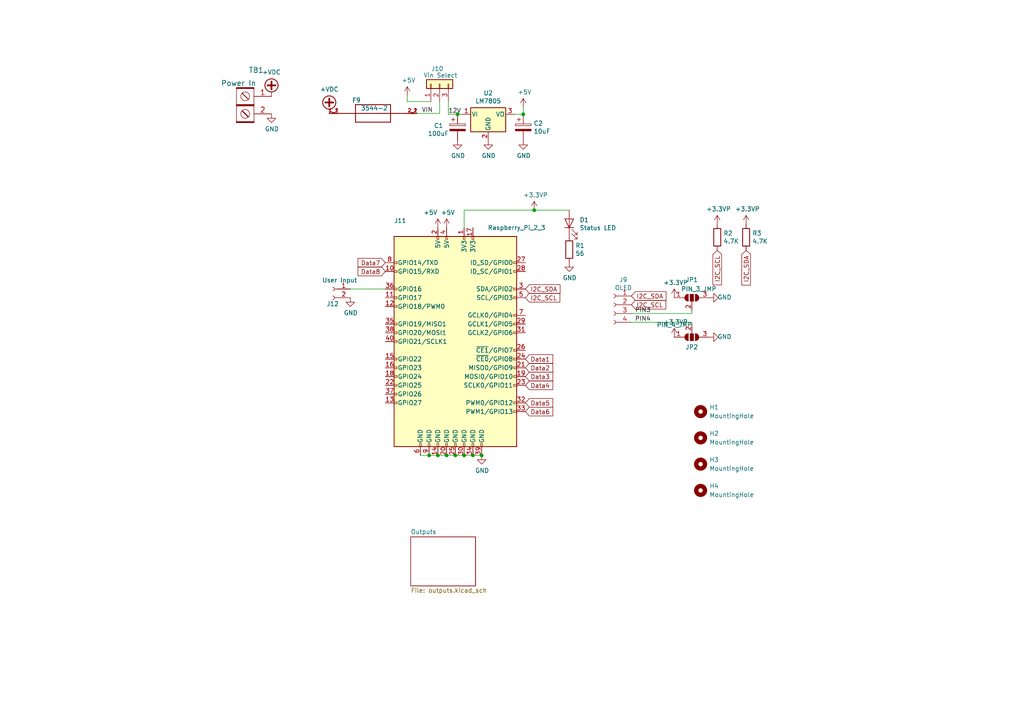
<source format=kicad_sch>
(kicad_sch (version 20210621) (generator eeschema)
  (paper "A4")
  (title_block (title "PI Zero Controller") (date "2021-11-03") (rev "v1") (company "Scott Hanson"))
  (lib_symbols
    (symbol "Barrier_Blocks:BARRIER_BLOCK_1ROW_2POS" (pin_names (offset 1.016) hide)
      (property "Reference" "TB" (at 0.127 -6.731 0))
      (property "Value" "BARRIER_BLOCK_1ROW_2POS" (at 0.254 6.35 0))
      (symbol "BARRIER_BLOCK_1ROW_2POS_0_1"
        (rectangle (start -2.54 5.08) (end 2.54 -5.08))
        (circle (center 0 -2.54) (radius 1.27))
        (polyline (pts (xy -2.54 -4.699) (xy -2.54 -5.08) (xy 2.54 -5.08) (xy 2.54 -4.699)) (fill (type outline)))
        (polyline (pts (xy -2.54 0.254) (xy -2.54 -0.254) (xy 2.54 -0.254) (xy 2.54 0.254)) (fill (type outline)))
        (polyline (pts (xy -2.54 4.699) (xy -2.54 5.08) (xy 2.54 5.08) (xy 2.54 4.699)) (fill (type outline)))
        (polyline (pts (xy -0.8382 -3.5052) (xy -0.9652 -3.3782) (xy 0.8128 -1.6002) (xy 0.9652 -1.7018) (xy -0.8382 -3.5052)) (fill (type outline)))
        (polyline (pts (xy -0.8382 1.5748) (xy -0.9652 1.6764) (xy -0.0508 2.5908) (xy 0.8382 3.4798) (xy 0.9652 3.3528) (xy 0.9652 3.3528)) (fill (type outline)))
        (circle (center 0 2.54) (radius 1.27))
      )
      (symbol "BARRIER_BLOCK_1ROW_2POS_1_1"
        (pin passive line (at -7.62 2.54 0) (length 5.08) (name "P1") (number "1"))
        (pin passive line (at -7.62 -2.54 0) (length 5.08) (name "P2") (number "2"))
      )
    )
    (symbol "Connector:Conn_01x02_Female" (pin_names (offset 1.016) hide)
      (property "Reference" "J" (at 0 2.54 0))
      (property "Value" "Conn_01x02_Female" (at 0 -5.08 0))
      (symbol "Conn_01x02_Female_1_1"
        (arc (start 0 -2.032) (mid -0.508 -2.54) (end 0 -3.048) (stroke (width 0.1524)))
        (polyline (pts (xy -1.27 -2.54) (xy -0.508 -2.54)) (stroke (width 0.1524)))
        (polyline (pts (xy -1.27 0) (xy -0.508 0)) (stroke (width 0.1524)))
        (arc (start 0 0.508) (mid -0.508 0) (end 0 -0.508) (stroke (width 0.1524)))
        (pin passive line (at -5.08 0 0) (length 3.81) (name "Pin_1") (number "1"))
        (pin passive line (at -5.08 -2.54 0) (length 3.81) (name "Pin_2") (number "2"))
      )
    )
    (symbol "Connector:Conn_01x04_Female" (pin_names (offset 1.016) hide)
      (property "Reference" "J" (at 0 5.08 0))
      (property "Value" "Conn_01x04_Female" (at 0 -7.62 0))
      (symbol "Conn_01x04_Female_1_1"
        (arc (start 0 -4.572) (mid -0.508 -5.08) (end 0 -5.588) (stroke (width 0.1524)))
        (arc (start 0 -2.032) (mid -0.508 -2.54) (end 0 -3.048) (stroke (width 0.1524)))
        (polyline (pts (xy -1.27 -5.08) (xy -0.508 -5.08)) (stroke (width 0.1524)))
        (polyline (pts (xy -1.27 -2.54) (xy -0.508 -2.54)) (stroke (width 0.1524)))
        (polyline (pts (xy -1.27 0) (xy -0.508 0)) (stroke (width 0.1524)))
        (polyline (pts (xy -1.27 2.54) (xy -0.508 2.54)) (stroke (width 0.1524)))
        (arc (start 0 0.508) (mid -0.508 0) (end 0 -0.508) (stroke (width 0.1524)))
        (arc (start 0 3.048) (mid -0.508 2.54) (end 0 2.032) (stroke (width 0.1524)))
        (pin passive line (at -5.08 2.54 0) (length 3.81) (name "Pin_1") (number "1"))
        (pin passive line (at -5.08 0 0) (length 3.81) (name "Pin_2") (number "2"))
        (pin passive line (at -5.08 -2.54 0) (length 3.81) (name "Pin_3") (number "3"))
        (pin passive line (at -5.08 -5.08 0) (length 3.81) (name "Pin_4") (number "4"))
      )
    )
    (symbol "Connector:Raspberry_Pi_2_3" (pin_names (offset 1.016))
      (property "Reference" "J" (at -17.78 31.75 0))
      (property "Value" "Raspberry_Pi_2_3" (at 10.16 -31.75 0))
      (symbol "Raspberry_Pi_2_3_0_1"
        (rectangle (start -17.78 30.48) (end 17.78 -30.48) (stroke (width 0.254)) (fill (type background)))
      )
      (symbol "Raspberry_Pi_2_3_1_1"
        (rectangle (start -16.891 -17.526) (end -17.78 -18.034))
        (rectangle (start -16.891 -14.986) (end -17.78 -15.494))
        (rectangle (start -16.891 -12.446) (end -17.78 -12.954))
        (rectangle (start -16.891 -9.906) (end -17.78 -10.414))
        (rectangle (start -16.891 -7.366) (end -17.78 -7.874))
        (rectangle (start -16.891 -4.826) (end -17.78 -5.334))
        (rectangle (start -16.891 0.254) (end -17.78 -0.254))
        (rectangle (start -16.891 2.794) (end -17.78 2.286))
        (rectangle (start -16.891 5.334) (end -17.78 4.826))
        (rectangle (start -16.891 10.414) (end -17.78 9.906))
        (rectangle (start -16.891 12.954) (end -17.78 12.446))
        (rectangle (start -16.891 15.494) (end -17.78 14.986))
        (rectangle (start -16.891 20.574) (end -17.78 20.066))
        (rectangle (start -16.891 23.114) (end -17.78 22.606))
        (rectangle (start -10.414 -29.591) (end -9.906 -30.48))
        (rectangle (start -7.874 -29.591) (end -7.366 -30.48))
        (rectangle (start -5.334 -29.591) (end -4.826 -30.48))
        (rectangle (start -5.334 30.48) (end -4.826 29.591))
        (rectangle (start -2.794 -29.591) (end -2.286 -30.48))
        (rectangle (start -2.794 30.48) (end -2.286 29.591))
        (rectangle (start -0.254 -29.591) (end 0.254 -30.48))
        (rectangle (start 2.286 -29.591) (end 2.794 -30.48))
        (rectangle (start 2.286 30.48) (end 2.794 29.591))
        (rectangle (start 4.826 -29.591) (end 5.334 -30.48))
        (rectangle (start 4.826 30.48) (end 5.334 29.591))
        (rectangle (start 7.366 -29.591) (end 7.874 -30.48))
        (rectangle (start 17.78 -20.066) (end 16.891 -20.574))
        (rectangle (start 17.78 -17.526) (end 16.891 -18.034))
        (rectangle (start 17.78 -12.446) (end 16.891 -12.954))
        (rectangle (start 17.78 -9.906) (end 16.891 -10.414))
        (rectangle (start 17.78 -7.366) (end 16.891 -7.874))
        (rectangle (start 17.78 -4.826) (end 16.891 -5.334))
        (rectangle (start 17.78 -2.286) (end 16.891 -2.794))
        (rectangle (start 17.78 2.794) (end 16.891 2.286))
        (rectangle (start 17.78 5.334) (end 16.891 4.826))
        (rectangle (start 17.78 7.874) (end 16.891 7.366))
        (rectangle (start 17.78 12.954) (end 16.891 12.446))
        (rectangle (start 17.78 15.494) (end 16.891 14.986))
        (rectangle (start 17.78 20.574) (end 16.891 20.066))
        (rectangle (start 17.78 23.114) (end 16.891 22.606))
        (pin power_in line (at 2.54 33.02 270) (length 2.54) (name "3V3") (number "1"))
        (pin bidirectional line (at -20.32 20.32 0) (length 2.54) (name "GPIO15/RXD") (number "10"))
        (pin bidirectional line (at -20.32 12.7 0) (length 2.54) (name "GPIO17") (number "11"))
        (pin bidirectional line (at -20.32 10.16 0) (length 2.54) (name "GPIO18/PWM0") (number "12"))
        (pin bidirectional line (at -20.32 -17.78 0) (length 2.54) (name "GPIO27") (number "13"))
        (pin power_in line (at -5.08 -33.02 90) (length 2.54) (name "GND") (number "14"))
        (pin bidirectional line (at -20.32 -5.08 0) (length 2.54) (name "GPIO22") (number "15"))
        (pin bidirectional line (at -20.32 -7.62 0) (length 2.54) (name "GPIO23") (number "16"))
        (pin power_in line (at 5.08 33.02 270) (length 2.54) (name "3V3") (number "17"))
        (pin bidirectional line (at -20.32 -10.16 0) (length 2.54) (name "GPIO24") (number "18"))
        (pin bidirectional line (at 20.32 -10.16 180) (length 2.54) (name "MOSI0/GPIO10") (number "19"))
        (pin power_in line (at -5.08 33.02 270) (length 2.54) (name "5V") (number "2"))
        (pin power_in line (at -2.54 -33.02 90) (length 2.54) (name "GND") (number "20"))
        (pin bidirectional line (at 20.32 -7.62 180) (length 2.54) (name "MISO0/GPIO9") (number "21"))
        (pin bidirectional line (at -20.32 -12.7 0) (length 2.54) (name "GPIO25") (number "22"))
        (pin bidirectional line (at 20.32 -12.7 180) (length 2.54) (name "SCLK0/GPIO11") (number "23"))
        (pin bidirectional line (at 20.32 -5.08 180) (length 2.54) (name "~{CE0}/GPIO8") (number "24"))
        (pin power_in line (at 0 -33.02 90) (length 2.54) (name "GND") (number "25"))
        (pin bidirectional line (at 20.32 -2.54 180) (length 2.54) (name "~{CE1}/GPIO7") (number "26"))
        (pin bidirectional line (at 20.32 22.86 180) (length 2.54) (name "ID_SD/GPIO0") (number "27"))
        (pin bidirectional line (at 20.32 20.32 180) (length 2.54) (name "ID_SC/GPIO1") (number "28"))
        (pin bidirectional line (at 20.32 5.08 180) (length 2.54) (name "GCLK1/GPIO5") (number "29"))
        (pin bidirectional line (at 20.32 15.24 180) (length 2.54) (name "SDA/GPIO2") (number "3"))
        (pin power_in line (at 2.54 -33.02 90) (length 2.54) (name "GND") (number "30"))
        (pin bidirectional line (at 20.32 2.54 180) (length 2.54) (name "GCLK2/GPIO6") (number "31"))
        (pin bidirectional line (at 20.32 -17.78 180) (length 2.54) (name "PWM0/GPIO12") (number "32"))
        (pin bidirectional line (at 20.32 -20.32 180) (length 2.54) (name "PWM1/GPIO13") (number "33"))
        (pin power_in line (at 5.08 -33.02 90) (length 2.54) (name "GND") (number "34"))
        (pin bidirectional line (at -20.32 5.08 0) (length 2.54) (name "GPIO19/MISO1") (number "35"))
        (pin bidirectional line (at -20.32 15.24 0) (length 2.54) (name "GPIO16") (number "36"))
        (pin bidirectional line (at -20.32 -15.24 0) (length 2.54) (name "GPIO26") (number "37"))
        (pin bidirectional line (at -20.32 2.54 0) (length 2.54) (name "GPIO20/MOSI1") (number "38"))
        (pin power_in line (at 7.62 -33.02 90) (length 2.54) (name "GND") (number "39"))
        (pin power_in line (at -2.54 33.02 270) (length 2.54) (name "5V") (number "4"))
        (pin bidirectional line (at -20.32 0 0) (length 2.54) (name "GPIO21/SCLK1") (number "40"))
        (pin bidirectional line (at 20.32 12.7 180) (length 2.54) (name "SCL/GPIO3") (number "5"))
        (pin power_in line (at -10.16 -33.02 90) (length 2.54) (name "GND") (number "6"))
        (pin bidirectional line (at 20.32 7.62 180) (length 2.54) (name "GCLK0/GPIO4") (number "7"))
        (pin bidirectional line (at -20.32 22.86 0) (length 2.54) (name "GPIO14/TXD") (number "8"))
        (pin power_in line (at -7.62 -33.02 90) (length 2.54) (name "GND") (number "9"))
      )
    )
    (symbol "Connector_Generic:Conn_01x03" (pin_names (offset 1.016) hide)
      (property "Reference" "J" (at 0 5.08 0))
      (property "Value" "Conn_01x03" (at 0 -5.08 0))
      (symbol "Conn_01x03_1_1"
        (rectangle (start -1.27 -2.413) (end 0 -2.667) (stroke (width 0.1524)))
        (rectangle (start -1.27 0.127) (end 0 -0.127) (stroke (width 0.1524)))
        (rectangle (start -1.27 2.667) (end 0 2.413) (stroke (width 0.1524)))
        (rectangle (start -1.27 3.81) (end 1.27 -3.81) (stroke (width 0.254)) (fill (type background)))
        (pin passive line (at -5.08 2.54 0) (length 3.81) (name "Pin_1") (number "1"))
        (pin passive line (at -5.08 0 0) (length 3.81) (name "Pin_2") (number "2"))
        (pin passive line (at -5.08 -2.54 0) (length 3.81) (name "Pin_3") (number "3"))
      )
    )
    (symbol "Device:R" (pin_numbers hide) (pin_names (offset 0))
      (property "Reference" "R" (at 2.032 0 90))
      (property "Value" "R" (at 0 0 90))
      (symbol "R_0_1"
        (rectangle (start -1.016 -2.54) (end 1.016 2.54) (stroke (width 0.254)))
      )
      (symbol "R_1_1"
        (pin passive line (at 0 3.81 270) (length 1.27) (name "~") (number "1"))
        (pin passive line (at 0 -3.81 90) (length 1.27) (name "~") (number "2"))
      )
    )
    (symbol "Jumper:SolderJumper_3_Open" (pin_names (offset 0) hide)
      (property "Reference" "JP" (at -2.54 -2.54 0))
      (property "Value" "SolderJumper_3_Open" (at 0 2.794 0))
      (symbol "SolderJumper_3_Open_0_1"
        (arc (start -1.016 1.016) (mid -2.032 0) (end -1.016 -1.016))
        (arc (start -1.016 1.016) (mid -2.032 0) (end -1.016 -1.016) (fill (type outline)))
        (rectangle (start -0.508 1.016) (end 0.508 -1.016) (fill (type outline)))
        (polyline (pts (xy -2.54 0) (xy -2.032 0)))
        (polyline (pts (xy -1.016 1.016) (xy -1.016 -1.016)))
        (polyline (pts (xy 0 -1.27) (xy 0 -1.016)))
        (polyline (pts (xy 1.016 1.016) (xy 1.016 -1.016)))
        (polyline (pts (xy 2.54 0) (xy 2.032 0)))
        (arc (start 1.016 -1.016) (mid 2.032 0) (end 1.016 1.016))
        (arc (start 1.016 -1.016) (mid 2.032 0) (end 1.016 1.016) (fill (type outline)))
      )
      (symbol "SolderJumper_3_Open_1_1"
        (pin passive line (at -5.08 0 0) (length 2.54) (name "A") (number "1"))
        (pin input line (at 0 -3.81 90) (length 2.54) (name "C") (number "2"))
        (pin passive line (at 5.08 0 180) (length 2.54) (name "B") (number "3"))
      )
    )
    (symbol "Mechanical:MountingHole" (pin_names (offset 1.016))
      (property "Reference" "H" (at 0 5.08 0))
      (property "Value" "MountingHole" (at 0 3.175 0))
      (symbol "MountingHole_0_1"
        (circle (center 0 0) (radius 1.27) (stroke (width 1.27)))
      )
    )
    (symbol "PI_W_Controller-rescue:3544-2-Keystone_Fuse" (pin_names (offset 1.016) hide)
      (property "Reference" "F" (at -5.08 3.302 0))
      (property "Value" "3544-2-Keystone_Fuse" (at -5.08 -5.08 0))
      (symbol "3544-2-Keystone_Fuse_0_0"
        (polyline (pts (xy -12.7 0) (xy 12.7 0)) (stroke (width 0.254)))
        (polyline (pts (xy -5.08 -2.54) (xy -5.08 2.54)) (stroke (width 0.254)))
        (polyline (pts (xy -5.08 2.54) (xy 5.08 2.54)) (stroke (width 0.254)))
        (polyline (pts (xy 5.08 -2.54) (xy -5.08 -2.54)) (stroke (width 0.254)))
        (polyline (pts (xy 5.08 2.54) (xy 5.08 -2.54)) (stroke (width 0.254)))
        (pin passive line (at -12.7 0 0) (length 2.54) (name "1") (number "1_1"))
        (pin passive line (at -12.7 0 0) (length 2.54) (name "1") (number "1_2"))
        (pin passive line (at 12.7 0 180) (length 2.54) (name "2") (number "2_1"))
        (pin passive line (at 12.7 0 180) (length 2.54) (name "2") (number "2_2"))
      )
    )
    (symbol "PI_W_Controller-rescue:CP-Device" (pin_numbers hide) (pin_names (offset 0.254))
      (property "Reference" "C" (at 0.635 2.54 0))
      (property "Value" "CP-Device" (at 0.635 -2.54 0))
      (symbol "CP-Device_0_1"
        (rectangle (start -2.286 0.508) (end 2.286 1.016))
        (polyline (pts (xy -1.778 2.286) (xy -0.762 2.286)))
        (polyline (pts (xy -1.27 2.794) (xy -1.27 1.778)))
        (rectangle (start 2.286 -0.508) (end -2.286 -1.016) (fill (type outline)))
      )
      (symbol "CP-Device_1_1"
        (pin passive line (at 0 3.81 270) (length 2.794) (name "~") (number "1"))
        (pin passive line (at 0 -3.81 90) (length 2.794) (name "~") (number "2"))
      )
    )
    (symbol "PI_W_Controller-rescue:LED-Device" (pin_numbers hide) (pin_names (offset 1.016) hide)
      (property "Reference" "D" (at 0 2.54 0))
      (property "Value" "LED-Device" (at 0 -2.54 0))
      (symbol "LED-Device_0_1"
        (polyline (pts (xy -1.27 -1.27) (xy -1.27 1.27)) (stroke (width 0.2032)))
        (polyline (pts (xy -1.27 0) (xy 1.27 0)))
        (polyline (pts (xy 1.27 -1.27) (xy 1.27 1.27) (xy -1.27 0) (xy 1.27 -1.27)) (stroke (width 0.2032)))
        (polyline (pts (xy -3.048 -0.762) (xy -4.572 -2.286) (xy -3.81 -2.286) (xy -4.572 -2.286) (xy -4.572 -1.524)))
        (polyline (pts (xy -1.778 -0.762) (xy -3.302 -2.286) (xy -2.54 -2.286) (xy -3.302 -2.286) (xy -3.302 -1.524)))
      )
      (symbol "LED-Device_1_1"
        (pin passive line (at -3.81 0 0) (length 2.54) (name "K") (number "1"))
        (pin passive line (at 3.81 0 180) (length 2.54) (name "A") (number "2"))
      )
    )
    (symbol "PI_W_Controller-rescue:R-Device" (pin_numbers hide) (pin_names (offset 0))
      (property "Reference" "R" (at 2.032 0 90))
      (property "Value" "R-Device" (at 0 0 90))
      (symbol "R-Device_0_1"
        (rectangle (start -1.016 -2.54) (end 1.016 2.54) (stroke (width 0.254)))
      )
      (symbol "R-Device_1_1"
        (pin passive line (at 0 3.81 270) (length 1.27) (name "~") (number "1"))
        (pin passive line (at 0 -3.81 90) (length 1.27) (name "~") (number "2"))
      )
    )
    (symbol "Regulator_Linear:LM7805_TO220" (pin_names (offset 0.254))
      (property "Reference" "U" (at -3.81 3.175 0))
      (property "Value" "LM7805_TO220" (at 0 3.175 0))
      (symbol "LM7805_TO220_0_1"
        (rectangle (start -5.08 1.905) (end 5.08 -5.08) (stroke (width 0.254)) (fill (type background)))
      )
      (symbol "LM7805_TO220_1_1"
        (pin power_in line (at -7.62 0 0) (length 2.54) (name "VI") (number "1"))
        (pin power_in line (at 0 -7.62 90) (length 2.54) (name "GND") (number "2"))
        (pin power_out line (at 7.62 0 180) (length 2.54) (name "VO") (number "3"))
      )
    )
    (symbol "power:+3.3VP" (power) (pin_names (offset 0))
      (property "Value" "+3.3VP" (at 0 2.54 0))
      (symbol "+3.3VP_0_0"
        (pin power_in line (at 0 0 90) (length 0) hide (name "+3.3VP") (number "1"))
      )
      (symbol "+3.3VP_0_1"
        (polyline (pts (xy -0.762 1.27) (xy 0 2.54)))
        (polyline (pts (xy 0 0) (xy 0 2.54)))
        (polyline (pts (xy 0 2.54) (xy 0.762 1.27)))
      )
    )
    (symbol "power:+5V" (power) (pin_names (offset 0))
      (property "Value" "+5V" (at 0 3.556 0))
      (symbol "+5V_0_1"
        (polyline (pts (xy -0.762 1.27) (xy 0 2.54)))
        (polyline (pts (xy 0 0) (xy 0 2.54)))
        (polyline (pts (xy 0 2.54) (xy 0.762 1.27)))
      )
      (symbol "+5V_1_1"
        (pin power_in line (at 0 0 90) (length 0) hide (name "+5V") (number "1"))
      )
    )
    (symbol "power:+VDC" (power) (pin_names (offset 0))
      (property "Value" "+VDC" (at 0 6.35 0))
      (symbol "+VDC_0_1"
        (polyline (pts (xy -1.143 3.175) (xy 1.143 3.175)) (stroke (width 0.508)))
        (polyline (pts (xy 0 0) (xy 0 1.27)))
        (polyline (pts (xy 0 2.032) (xy 0 4.318)) (stroke (width 0.508)))
        (circle (center 0 3.175) (radius 1.905) (stroke (width 0.254)))
      )
      (symbol "+VDC_1_1"
        (pin power_in line (at 0 0 90) (length 0) hide (name "+VDC") (number "1"))
      )
    )
    (symbol "power:GND" (power) (pin_names (offset 0))
      (property "Value" "GND" (at 0 -3.81 0))
      (symbol "GND_0_1"
        (polyline (pts (xy 0 0) (xy 0 -1.27) (xy 1.27 -1.27) (xy 0 -2.54) (xy -1.27 -1.27) (xy 0 -1.27)))
      )
      (symbol "GND_1_1"
        (pin power_in line (at 0 0 270) (length 0) hide (name "GND") (number "1"))
      )
    )
  )
  (junction (at 139.7 132.08))
  (junction (at 134.62 132.08))
  (junction (at 132.715 33.147))
  (junction (at 124.46 132.08))
  (junction (at 127 132.08))
  (junction (at 132.08 132.08))
  (junction (at 129.54 132.08))
  (junction (at 151.765 33.147))
  (junction (at 137.16 132.08))
  (junction (at 154.94 60.96))
  (wire (pts (xy 118.11 29.464) (xy 118.11 27.686)))
  (wire (pts (xy 200.66 93.472) (xy 200.66 93.98)))
  (wire (pts (xy 101.6 83.82) (xy 111.76 83.82)))
  (wire (pts (xy 200.66 90.17) (xy 200.66 90.932)))
  (wire (pts (xy 127.508 32.893) (xy 120.904 32.893)))
  (wire (pts (xy 124.46 132.08) (xy 127 132.08)))
  (wire (pts (xy 132.08 132.08) (xy 134.62 132.08)))
  (wire (pts (xy 129.54 132.08) (xy 132.08 132.08)))
  (wire (pts (xy 121.92 132.08) (xy 124.46 132.08)))
  (wire (pts (xy 137.16 132.08) (xy 139.7 132.08)))
  (wire (pts (xy 134.62 132.08) (xy 137.16 132.08)))
  (wire (pts (xy 127 132.08) (xy 129.54 132.08)))
  (wire (pts (xy 130.048 33.147) (xy 132.715 33.147)))
  (wire (pts (xy 124.968 29.464) (xy 118.11 29.464)))
  (wire (pts (xy 127.508 29.464) (xy 127.508 32.893)))
  (wire (pts (xy 154.94 60.96) (xy 165.1 60.96)))
  (wire (pts (xy 134.62 60.96) (xy 154.94 60.96)))
  (wire (pts (xy 130.048 29.464) (xy 130.048 33.147)))
  (wire (pts (xy 132.715 33.147) (xy 133.985 33.147)))
  (wire (pts (xy 134.62 66.04) (xy 134.62 60.96)))
  (wire (pts (xy 183.134 93.472) (xy 200.66 93.472)))
  (wire (pts (xy 151.765 33.147) (xy 151.765 31.115)))
  (wire (pts (xy 149.225 33.147) (xy 151.765 33.147)))
  (wire (pts (xy 183.134 90.932) (xy 200.66 90.932)))
  (label "PIN4" (at 184.15 93.472 0))
  (label "PIN3" (at 184.15 90.932 0))
  (label "VIN" (at 122.301 32.893 0))
  (label "12V" (at 130.048 33.147 0))
  (global_label "Data3" (shape input) (at 152.4 109.22 0) (property "Intersheet References" "${INTERSHEET_REFS}" (effects hide)))
  (global_label "Data2" (shape input) (at 152.4 106.68 0) (property "Intersheet References" "${INTERSHEET_REFS}" (effects hide)))
  (global_label "Data5" (shape input) (at 152.4 116.84 0) (property "Intersheet References" "${INTERSHEET_REFS}" (effects hide)))
  (global_label "I2C_SDA" (shape input) (at 216.408 72.644 270) (property "Intersheet References" "${INTERSHEET_REFS}" (effects hide)))
  (global_label "I2C_SDA" (shape input) (at 152.4 83.82 0) (property "Intersheet References" "${INTERSHEET_REFS}" (effects hide)))
  (global_label "Data7" (shape input) (at 111.76 76.2 180) (property "Intersheet References" "${INTERSHEET_REFS}" (effects hide)))
  (global_label "I2C_SCL" (shape input) (at 183.134 88.392 0) (property "Intersheet References" "${INTERSHEET_REFS}" (effects hide)))
  (global_label "I2C_SDA" (shape input) (at 183.134 85.852 0) (property "Intersheet References" "${INTERSHEET_REFS}" (effects hide)))
  (global_label "I2C_SCL" (shape input) (at 152.4 86.36 0) (property "Intersheet References" "${INTERSHEET_REFS}" (effects hide)))
  (global_label "I2C_SCL" (shape input) (at 208.026 72.644 270) (property "Intersheet References" "${INTERSHEET_REFS}" (effects hide)))
  (global_label "Data8" (shape input) (at 111.76 78.74 180) (property "Intersheet References" "${INTERSHEET_REFS}" (effects hide)))
  (global_label "Data6" (shape input) (at 152.4 119.38 0) (property "Intersheet References" "${INTERSHEET_REFS}" (effects hide)))
  (global_label "Data1" (shape input) (at 152.4 104.14 0) (property "Intersheet References" "${INTERSHEET_REFS}" (effects hide)))
  (global_label "Data4" (shape input) (at 152.4 111.76 0) (property "Intersheet References" "${INTERSHEET_REFS}" (effects hide)))
  (symbol (lib_id "Regulator_Linear:LM7805_TO220") (at 141.605 33.147 0) (unit 1)
    (property "Reference" "U2" (at 141.605 27.0002 0))
    (property "Value" "LM7805" (at 141.605 29.3116 0))
    (property "Footprint" "CONV_OKI-78SR-5:1.5-W36-C" (effects hide))
    (property "Datasheet" "http://www.fairchildsemi.com/ds/LM/LM7805.pdf" (effects hide))
    (property "Digi-Key_PN" "296-47192-ND" (effects hide))
    (property "MPN" "LM7805CT" (effects hide))
  )
  (symbol (lib_id "PI_W_Controller-rescue:CP-Device") (at 151.765 36.957 0) (unit 1)
    (property "Reference" "C2" (at 154.7622 35.7886 0) (effects (justify left)))
    (property "Value" "10uF" (at 154.7622 38.1 0) (effects (justify left)))
    (property "Footprint" "Capacitor_THT:CP_Radial_D5.0mm_P2.00mm" (effects hide))
    (property "Digi-Key_PN" "P5148-ND" (effects hide))
    (property "MPN" "ECA-1EM100" (effects hide))
  )
  (symbol (lib_id "PI_W_Controller-rescue:CP-Device") (at 132.715 36.957 0) (unit 1)
    (property "Reference" "C1" (at 125.857 36.449 0) (effects (justify left)))
    (property "Value" "100uF" (at 124.079 38.735 0) (effects (justify left)))
    (property "Footprint" "Capacitor_THT:CP_Radial_D8.0mm_P3.50mm" (effects hide))
    (property "Digi-Key_PN" "493-1107-ND" (effects hide))
    (property "MPN" "UVR1H101MPD" (effects hide))
  )
  (symbol (lib_id "power:GND") (at 78.74 33.02 0) (unit 1)
    (property "Reference" "#PWR0101" (effects hide))
    (property "Value" "GND" (at 78.867 37.4142 0))
  )
  (symbol (lib_id "power:GND") (at 141.605 40.767 0) (unit 1)
    (property "Reference" "#PWR0113" (effects hide))
    (property "Value" "GND" (at 141.732 45.1612 0))
  )
  (symbol (lib_id "power:GND") (at 151.765 40.767 0) (unit 1)
    (property "Reference" "#PWR0114" (effects hide))
    (property "Value" "GND" (at 151.892 45.1612 0))
  )
  (symbol (lib_id "power:GND") (at 132.715 40.767 0) (unit 1)
    (property "Reference" "#PWR0115" (effects hide))
    (property "Value" "GND" (at 132.842 45.1612 0))
  )
  (symbol (lib_id "power:+5V") (at 151.765 31.115 0) (unit 1)
    (property "Reference" "#PWR0116" (effects hide))
    (property "Value" "+5V" (at 152.146 26.7208 0))
  )
  (symbol (lib_id "power:+VDC") (at 95.504 32.893 0) (unit 1)
    (property "Reference" "#PWR0118" (effects hide))
    (property "Value" "+VDC" (at 95.504 25.908 0))
  )
  (symbol (lib_id "power:+VDC") (at 78.74 27.94 0) (unit 1)
    (property "Reference" "#PWR0127" (effects hide))
    (property "Value" "+VDC" (at 78.74 20.955 0))
  )
  (symbol (lib_id "PI_W_Controller-rescue:LED-Device") (at 165.1 64.77 90) (unit 1)
    (property "Reference" "D1" (at 168.0972 63.7794 90) (effects (justify right)))
    (property "Value" "Status LED" (at 168.0972 66.0908 90) (effects (justify right)))
    (property "Footprint" "LED_THT:LED_D3.0mm" (effects hide))
    (property "Digi-Key_PN" "732-5008-ND" (effects hide))
    (property "MPN" "151031VS06000" (effects hide))
  )
  (symbol (lib_id "PI_W_Controller-rescue:R-Device") (at 165.1 72.39 0) (unit 1)
    (property "Reference" "R1" (at 166.878 71.2216 0) (effects (justify left)))
    (property "Value" "56" (at 166.878 73.533 0) (effects (justify left)))
    (property "Footprint" "Resistor_THT:R_Axial_DIN0207_L6.3mm_D2.5mm_P7.62mm_Horizontal" (effects hide))
    (property "Digi-Key_PN" "CF14JT56R0CT-ND" (effects hide))
    (property "MPN" "CF14JT56R0" (effects hide))
  )
  (symbol (lib_id "power:GND") (at 165.1 76.2 0) (unit 1)
    (property "Reference" "#PWR05" (effects hide))
    (property "Value" "GND" (at 165.227 80.5942 0))
  )
  (symbol (lib_id "Connector_Generic:Conn_01x03") (at 127.508 24.384 90) (unit 1)
    (property "Reference" "J10" (at 128.651 19.939 90) (effects (justify left)))
    (property "Value" "Vin Select" (at 132.715 21.844 90) (effects (justify left)))
    (property "Footprint" "Connector_PinHeader_2.54mm:PinHeader_1x03_P2.54mm_Vertical" (effects hide))
  )
  (symbol (lib_id "power:+5V") (at 118.11 27.686 0) (unit 1)
    (property "Reference" "#PWR0129" (effects hide))
    (property "Value" "+5V" (at 118.491 23.2918 0))
  )
  (symbol (lib_id "PI_W_Controller-rescue:3544-2-Keystone_Fuse") (at 108.204 32.893 0) (unit 1)
    (property "Reference" "F9" (at 102.108 29.083 0) (effects (justify left)))
    (property "Value" "3544-2" (at 104.648 31.369 0) (effects (justify left)))
    (property "Footprint" "Keystone_Fuse:FUSE_3544-2" (effects hide))
    (property "Field4" "3544-2" (effects hide))
    (property "Field5" "None" (effects hide))
    (property "Field6" "Unavailable" (effects hide))
    (property "Field7" "Fuse Clip; 500 VAC; 30 A; PCB; For 0.110 in. x 0.032 in. mini blade fuses" (effects hide))
    (property "Field8" "Keystone Electronics" (effects hide))
    (property "Digi-Key_PN" "36-3544-2-ND" (effects hide))
    (property "MPN" "3544-2" (effects hide))
  )
  (symbol (lib_id "Connector:Conn_01x02_Female") (at 96.52 83.82 0) (mirror y) (unit 1)
    (property "Reference" "J12" (at 98.298 88.138 0) (effects (justify left)))
    (property "Value" "User Input" (at 103.632 81.28 0) (effects (justify left)))
    (property "Footprint" "Connector_PinSocket_2.54mm:PinSocket_1x02_P2.54mm_Vertical" (effects hide))
    (property "Digi-Key_PN" "S7035-ND" (effects hide))
    (property "MPN" "PPPC021LFBN-RC" (effects hide))
  )
  (symbol (lib_id "power:GND") (at 101.6 86.36 0) (unit 1)
    (property "Reference" "#PWR09" (effects hide))
    (property "Value" "GND" (at 101.727 90.7542 0))
  )
  (symbol (lib_id "Connector:Conn_01x04_Female") (at 178.054 88.392 0) (mirror y) (unit 1)
    (property "Reference" "J9" (at 180.7972 81.153 0))
    (property "Value" "OLED" (at 180.7972 83.4644 0))
    (property "Footprint" "OLED-SSD1306-128X64-I2C:OLED-SSD1306-128X64-I2C-THT" (effects hide))
    (property "Digi-Key_PN" "S7002-ND" (effects hide))
    (property "MPN" "PPTC041LFBN-RC" (effects hide))
  )
  (symbol (lib_id "power:GND") (at 139.7 132.08 0) (unit 1)
    (property "Reference" "#PWR03" (effects hide))
    (property "Value" "GND" (at 139.827 136.4742 0))
  )
  (symbol (lib_id "Mechanical:MountingHole") (at 203.2 134.62 0) (unit 1)
    (property "Reference" "H3" (at 205.74 133.3499 0) (effects (justify left)))
    (property "Value" "MountingHole" (at 205.74 135.8899 0) (effects (justify left)))
    (property "Footprint" "MountingHole:MountingHole_3.7mm" (effects hide))
  )
  (symbol (lib_id "power:+3.3VP") (at 195.58 86.36 0) (unit 1)
    (property "Reference" "#PWR0103" (effects hide))
    (property "Value" "+3.3VP" (at 195.961 81.9658 0))
  )
  (symbol (lib_id "power:+5V") (at 129.54 66.04 0) (unit 1)
    (property "Reference" "#PWR02" (effects hide))
    (property "Value" "+5V" (at 129.921 61.6458 0))
  )
  (symbol (lib_id "Mechanical:MountingHole") (at 203.2 142.24 0) (unit 1)
    (property "Reference" "H4" (at 205.74 140.9699 0) (effects (justify left)))
    (property "Value" "MountingHole" (at 205.74 143.5099 0) (effects (justify left)))
    (property "Footprint" "MountingHole:MountingHole_3.7mm" (effects hide))
  )
  (symbol (lib_id "Device:R") (at 216.408 68.834 0) (unit 1)
    (property "Reference" "R3" (at 218.186 67.6656 0) (effects (justify left)))
    (property "Value" "4.7K" (at 218.186 69.977 0) (effects (justify left)))
    (property "Footprint" "Resistor_THT:R_Axial_DIN0207_L6.3mm_D2.5mm_P7.62mm_Horizontal" (effects hide))
  )
  (symbol (lib_id "Jumper:SolderJumper_3_Open") (at 200.66 86.36 0) (unit 1)
    (property "Reference" "JP1" (at 200.66 81.153 0))
    (property "Value" "PIN_3_JMP" (at 202.692 83.82 0))
    (property "Footprint" "Jumper:SolderJumper-3_P1.3mm_Open_Pad1.0x1.5mm" (effects hide))
  )
  (symbol (lib_id "power:+3.3VP") (at 195.58 97.79 0) (unit 1)
    (property "Reference" "#PWR0102" (effects hide))
    (property "Value" "+3.3VP" (at 195.961 93.3958 0))
  )
  (symbol (lib_id "power:GND") (at 205.74 86.36 90) (unit 1)
    (property "Reference" "#PWR029" (effects hide))
    (property "Value" "GND" (at 210.1342 86.233 90))
  )
  (symbol (lib_id "Device:R") (at 208.026 68.834 0) (unit 1)
    (property "Reference" "R2" (at 209.804 67.6656 0) (effects (justify left)))
    (property "Value" "4.7K" (at 209.804 69.977 0) (effects (justify left)))
    (property "Footprint" "Resistor_THT:R_Axial_DIN0207_L6.3mm_D2.5mm_P7.62mm_Horizontal" (effects hide))
  )
  (symbol (lib_id "power:+3.3VP") (at 208.026 65.024 0) (unit 1)
    (property "Reference" "#PWR031" (effects hide))
    (property "Value" "+3.3VP" (at 208.407 60.6298 0))
  )
  (symbol (lib_id "Jumper:SolderJumper_3_Open") (at 200.66 97.79 0) (mirror x) (unit 1)
    (property "Reference" "JP2" (at 200.66 100.6602 0))
    (property "Value" "PIN_4_JMP" (at 195.58 94.234 0))
    (property "Footprint" "Jumper:SolderJumper-3_P1.3mm_Open_Pad1.0x1.5mm" (effects hide))
  )
  (symbol (lib_id "Barrier_Blocks:BARRIER_BLOCK_1ROW_2POS") (at 71.12 30.48 0) (mirror y) (unit 1)
    (property "Reference" "TB1" (at 74.295 20.32 0) (effects (font (size 1.524 1.524))))
    (property "Value" "Power In" (at 69.215 24.13 0) (effects (font (size 1.524 1.524))))
    (property "Footprint" "Barrier_Blocks:BARRIER_BLOCK_1ROW_2POS_P9.5MM" (effects hide))
  )
  (symbol (lib_id "Mechanical:MountingHole") (at 203.2 127 0) (unit 1)
    (property "Reference" "H2" (at 205.74 125.7299 0) (effects (justify left)))
    (property "Value" "MountingHole" (at 205.74 128.2699 0) (effects (justify left)))
    (property "Footprint" "MountingHole:MountingHole_3.7mm" (effects hide))
  )
  (symbol (lib_id "Connector:Raspberry_Pi_2_3") (at 132.08 99.06 0) (unit 1)
    (property "Reference" "J11" (at 116.078 64.008 0))
    (property "Value" "Raspberry_Pi_2_3" (at 149.86 66.04 0))
    (property "Footprint" "Module:Raspberry_Pi_Zero_Socketed_THT_FaceDown_MountingHoles" (effects hide))
    (property "Datasheet" "https://www.raspberrypi.org/documentation/hardware/raspberrypi/schematics/rpi_SCH_3bplus_1p0_reduced.pdf" (effects hide))
  )
  (symbol (lib_id "power:+3.3VP") (at 154.94 60.96 0) (unit 1)
    (property "Reference" "#PWR026" (effects hide))
    (property "Value" "+3.3VP" (at 155.321 56.5658 0))
  )
  (symbol (lib_id "power:GND") (at 205.74 97.79 90) (unit 1)
    (property "Reference" "#PWR030" (effects hide))
    (property "Value" "GND" (at 210.1342 97.663 90))
  )
  (symbol (lib_id "Mechanical:MountingHole") (at 203.2 119.38 0) (unit 1)
    (property "Reference" "H1" (at 205.74 118.1099 0) (effects (justify left)))
    (property "Value" "MountingHole" (at 205.74 120.6499 0) (effects (justify left)))
    (property "Footprint" "MountingHole:MountingHole_3.7mm" (effects hide))
  )
  (symbol (lib_id "power:+3.3VP") (at 216.408 65.024 0) (unit 1)
    (property "Reference" "#PWR032" (effects hide))
    (property "Value" "+3.3VP" (at 216.789 60.6298 0))
  )
  (symbol (lib_id "power:+5V") (at 127 66.04 0) (unit 1)
    (property "Reference" "#PWR01" (effects hide))
    (property "Value" "+5V" (at 124.841 61.6458 0))
  )
  (sheet (at 119.126 155.702) (size 18.796 14.224) (stroke (width 0.1524))
    (property "Sheet name" "Outputs" (at 119.126 154.9904 0) (effects (justify left bottom)))
    (property "Sheet file" "outputs.kicad_sch" (at 119.126 170.5106 0) (effects (justify left top)))
  )
)
</source>
